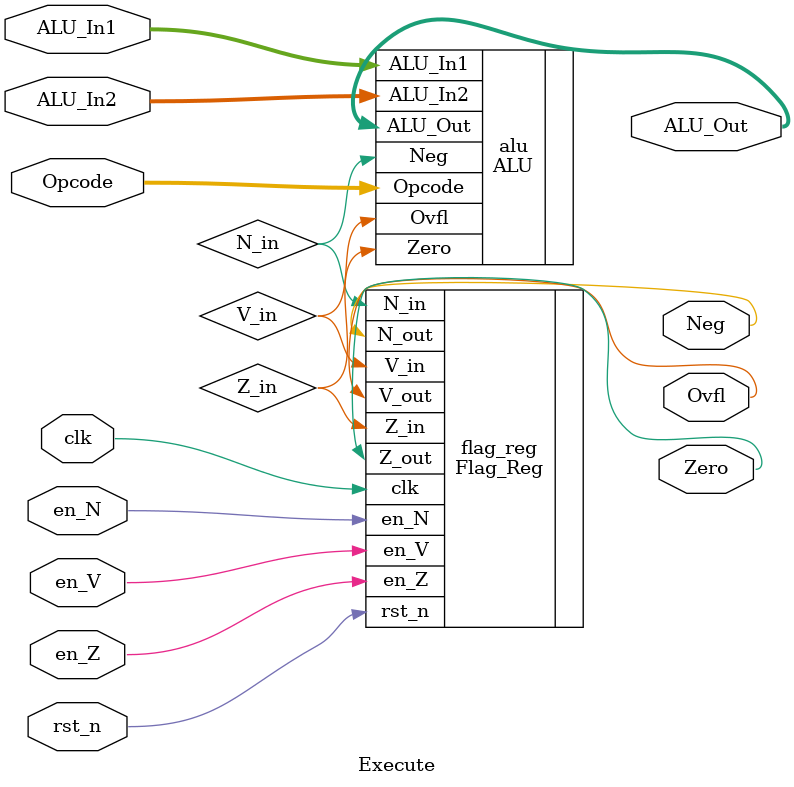
<source format=v>
module Execute(ALU_In1, ALU_In2, Opcode, ALU_Out, Ovfl, Neg, Zero, en_Z, en_N, en_V, clk, rst_n);

input [15:0] ALU_In1, ALU_In2;  //input to ALU
input [3:0] Opcode;
input en_Z, en_N, en_V, clk, rst_n;
output [15:0] ALU_Out;
output Ovfl;
output Neg;
output Zero;

wire Z_in, N_in, V_in;
ALU alu(.ALU_In1(ALU_In1), .ALU_In2(ALU_In2), .Opcode(Opcode) , .ALU_Out(ALU_Out), .Ovfl(V_in), .Neg(N_in), .Zero(Z_in));

Flag_Reg flag_reg(.Z_in(Z_in), .N_in(N_in), .V_in(V_in), .en_Z(en_Z), .en_N(en_N), .en_V(en_V), .clk(clk), .rst_n(rst_n), .Z_out(Zero), .N_out(Neg), .V_out(Ovfl));

endmodule
</source>
